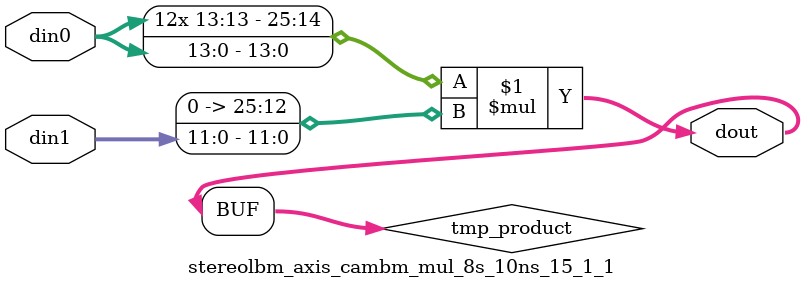
<source format=v>

`timescale 1 ns / 1 ps

  module stereolbm_axis_cambm_mul_8s_10ns_15_1_1(din0, din1, dout);
parameter ID = 1;
parameter NUM_STAGE = 0;
parameter din0_WIDTH = 14;
parameter din1_WIDTH = 12;
parameter dout_WIDTH = 26;

input [din0_WIDTH - 1 : 0] din0; 
input [din1_WIDTH - 1 : 0] din1; 
output [dout_WIDTH - 1 : 0] dout;

wire signed [dout_WIDTH - 1 : 0] tmp_product;












assign tmp_product = $signed(din0) * $signed({1'b0, din1});









assign dout = tmp_product;







endmodule

</source>
